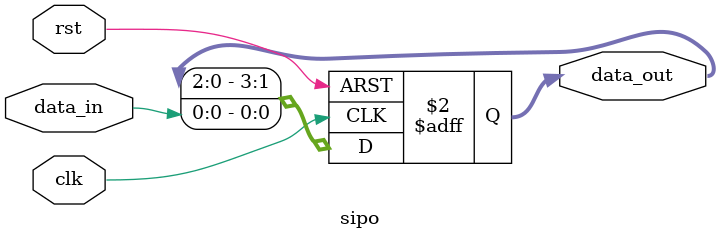
<source format=v>
module sipo #(parameter WIDTH=4) (
  input clk, rst, data_in,
  output reg [WIDTH-1:0] data_out
);
 

  always @(posedge clk or posedge rst) begin
    if (rst)
      data_out <= 0; // Clear the shift register on reset.
    else 
      data_out <= {data_out[WIDTH-2:0], data_in};  
   
  end
endmodule

</source>
